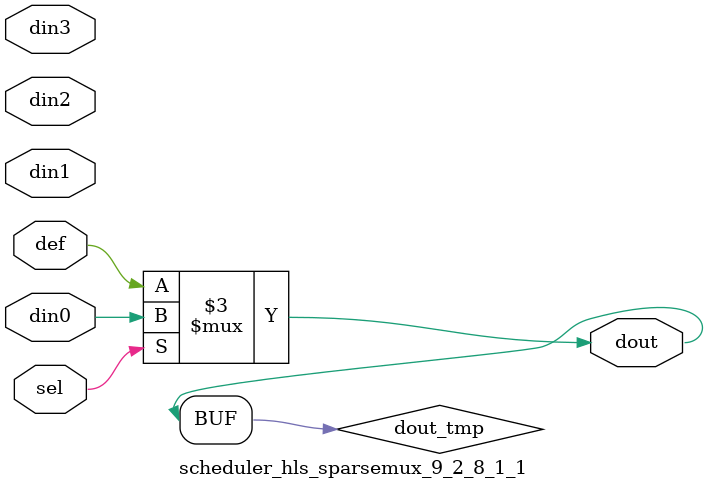
<source format=v>
`timescale 1ns / 1ps

module scheduler_hls_sparsemux_9_2_8_1_1 (din0,din1,din2,din3,def,sel,dout);

parameter din0_WIDTH = 1;

parameter din1_WIDTH = 1;

parameter din2_WIDTH = 1;

parameter din3_WIDTH = 1;

parameter def_WIDTH = 1;
parameter sel_WIDTH = 1;
parameter dout_WIDTH = 1;

parameter [sel_WIDTH-1:0] CASE0 = 1;

parameter [sel_WIDTH-1:0] CASE1 = 1;

parameter [sel_WIDTH-1:0] CASE2 = 1;

parameter [sel_WIDTH-1:0] CASE3 = 1;

parameter ID = 1;
parameter NUM_STAGE = 1;



input [din0_WIDTH-1:0] din0;

input [din1_WIDTH-1:0] din1;

input [din2_WIDTH-1:0] din2;

input [din3_WIDTH-1:0] din3;

input [def_WIDTH-1:0] def;
input [sel_WIDTH-1:0] sel;

output [dout_WIDTH-1:0] dout;



reg [dout_WIDTH-1:0] dout_tmp;


always @ (*) begin
(* parallel_case *) case (sel)
    
    CASE0 : dout_tmp = din0;
    
    CASE1 : dout_tmp = din1;
    
    CASE2 : dout_tmp = din2;
    
    CASE3 : dout_tmp = din3;
    
    default : dout_tmp = def;
endcase
end


assign dout = dout_tmp;



endmodule

</source>
